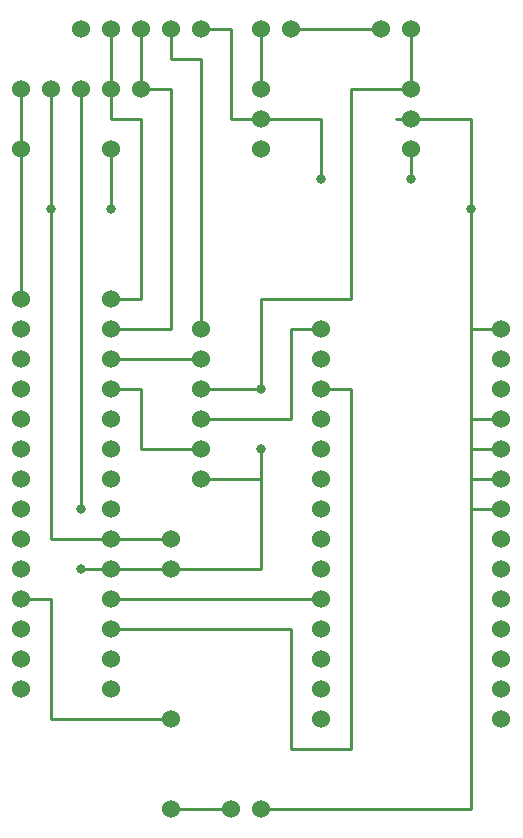
<source format=gbr>
%TF.GenerationSoftware,KiCad,Pcbnew,(5.1.6)-1*%
%TF.CreationDate,2020-07-27T10:52:52+09:00*%
%TF.ProjectId,gnss_logger,676e7373-5f6c-46f6-9767-65722e6b6963,rev?*%
%TF.SameCoordinates,Original*%
%TF.FileFunction,Copper,L2,Bot*%
%TF.FilePolarity,Positive*%
%FSLAX46Y46*%
G04 Gerber Fmt 4.6, Leading zero omitted, Abs format (unit mm)*
G04 Created by KiCad (PCBNEW (5.1.6)-1) date 2020-07-27 10:52:52*
%MOMM*%
%LPD*%
G01*
G04 APERTURE LIST*
%TA.AperFunction,ComponentPad*%
%ADD10C,1.524000*%
%TD*%
%TA.AperFunction,ViaPad*%
%ADD11C,0.800000*%
%TD*%
%TA.AperFunction,Conductor*%
%ADD12C,0.250000*%
%TD*%
G04 APERTURE END LIST*
D10*
%TO.P,D1,1*%
%TO.N,Net-(D1-Pad1)*%
X134620000Y-142240000D03*
%TO.P,D1,2*%
%TO.N,+3V3*%
X137160000Y-142240000D03*
%TD*%
%TO.P,U1,28*%
%TO.N,Net-(J2-Pad4)*%
X124460000Y-99060000D03*
%TO.P,U1,27*%
%TO.N,Net-(J2-Pad5)*%
X124460000Y-101600000D03*
%TO.P,U1,26*%
%TO.N,Net-(Q1-Pad2)*%
X124460000Y-104140000D03*
%TO.P,U1,25*%
%TO.N,Net-(Q2-Pad2)*%
X124460000Y-106680000D03*
%TO.P,U1,24*%
%TO.N,Net-(U1-Pad24)*%
X124460000Y-109220000D03*
%TO.P,U1,23*%
%TO.N,Net-(U1-Pad23)*%
X124460000Y-111760000D03*
%TO.P,U1,22*%
%TO.N,Net-(U1-Pad22)*%
X124460000Y-114300000D03*
%TO.P,U1,21*%
%TO.N,Net-(U1-Pad21)*%
X124460000Y-116840000D03*
%TO.P,U1,20*%
%TO.N,+3V3*%
X124460000Y-119380000D03*
%TO.P,U1,19*%
%TO.N,GND*%
X124460000Y-121920000D03*
%TO.P,U1,18*%
%TO.N,Net-(J5-Pad10)*%
X124460000Y-124460000D03*
%TO.P,U1,17*%
%TO.N,Net-(J5-Pad3)*%
X124460000Y-127000000D03*
%TO.P,U1,16*%
%TO.N,Net-(U1-Pad16)*%
X124460000Y-129540000D03*
%TO.P,U1,15*%
%TO.N,Net-(U1-Pad15)*%
X124460000Y-132080000D03*
%TO.P,U1,14*%
%TO.N,Net-(U1-Pad14)*%
X116840000Y-132080000D03*
%TO.P,U1,13*%
%TO.N,Net-(U1-Pad13)*%
X116840000Y-129540000D03*
%TO.P,U1,12*%
%TO.N,Net-(U1-Pad12)*%
X116840000Y-127000000D03*
%TO.P,U1,11*%
%TO.N,Net-(R1-Pad2)*%
X116840000Y-124460000D03*
%TO.P,U1,10*%
%TO.N,Net-(U1-Pad10)*%
X116840000Y-121920000D03*
%TO.P,U1,9*%
%TO.N,Net-(U1-Pad9)*%
X116840000Y-119380000D03*
%TO.P,U1,8*%
%TO.N,Net-(U1-Pad8)*%
X116840000Y-116840000D03*
%TO.P,U1,7*%
%TO.N,Net-(U1-Pad7)*%
X116840000Y-114300000D03*
%TO.P,U1,6*%
%TO.N,Net-(U1-Pad6)*%
X116840000Y-111760000D03*
%TO.P,U1,5*%
%TO.N,Net-(U1-Pad5)*%
X116840000Y-109220000D03*
%TO.P,U1,4*%
%TO.N,Net-(U1-Pad4)*%
X116840000Y-106680000D03*
%TO.P,U1,3*%
%TO.N,Net-(U1-Pad3)*%
X116840000Y-104140000D03*
%TO.P,U1,2*%
%TO.N,Net-(U1-Pad2)*%
X116840000Y-101600000D03*
%TO.P,U1,1*%
%TO.N,Net-(J2-Pad1)*%
X116840000Y-99060000D03*
%TD*%
%TO.P,Q2,3*%
%TO.N,GND*%
X132080000Y-114300000D03*
%TO.P,Q2,2*%
%TO.N,Net-(Q2-Pad2)*%
X132080000Y-111760000D03*
%TO.P,Q2,1*%
%TO.N,Net-(J5-Pad1)*%
X132080000Y-109220000D03*
%TD*%
%TO.P,SW1,3*%
%TO.N,Net-(SW1-Pad3)*%
X137160000Y-86360000D03*
%TO.P,SW1,2*%
%TO.N,Net-(J3-Pad1)*%
X137160000Y-83820000D03*
%TO.P,SW1,1*%
%TO.N,Net-(F1-Pad1)*%
X137160000Y-81280000D03*
%TD*%
%TO.P,Q1,3*%
%TO.N,GND*%
X132080000Y-106680000D03*
%TO.P,Q1,2*%
%TO.N,Net-(Q1-Pad2)*%
X132080000Y-104140000D03*
%TO.P,Q1,1*%
%TO.N,Net-(J3-Pad2)*%
X132080000Y-101600000D03*
%TD*%
%TO.P,C1,1*%
%TO.N,GND*%
X129540000Y-121920000D03*
%TO.P,C1,2*%
%TO.N,+3V3*%
X129540000Y-119380000D03*
%TD*%
%TO.P,F1,1*%
%TO.N,Net-(F1-Pad1)*%
X137160000Y-76200000D03*
%TO.P,F1,2*%
%TO.N,Net-(F1-Pad2)*%
X139700000Y-76200000D03*
%TD*%
%TO.P,J2,5*%
%TO.N,Net-(J2-Pad5)*%
X127000000Y-81280000D03*
%TO.P,J2,4*%
%TO.N,Net-(J2-Pad4)*%
X124460000Y-81280000D03*
%TO.P,J2,3*%
%TO.N,GND*%
X121920000Y-81280000D03*
%TO.P,J2,2*%
%TO.N,+3V3*%
X119380000Y-81280000D03*
%TO.P,J2,1*%
%TO.N,Net-(J2-Pad1)*%
X116840000Y-81280000D03*
%TD*%
%TO.P,J3,1*%
%TO.N,Net-(J3-Pad1)*%
X132080000Y-76200000D03*
%TO.P,J3,2*%
%TO.N,Net-(J3-Pad2)*%
X129540000Y-76200000D03*
%TO.P,J3,3*%
%TO.N,Net-(J2-Pad5)*%
X127000000Y-76200000D03*
%TO.P,J3,4*%
%TO.N,Net-(J2-Pad4)*%
X124460000Y-76200000D03*
%TO.P,J3,5*%
%TO.N,Net-(J3-Pad5)*%
X121920000Y-76200000D03*
%TD*%
%TO.P,J4,2*%
%TO.N,GND*%
X149860000Y-76200000D03*
%TO.P,J4,1*%
%TO.N,Net-(F1-Pad2)*%
X147320000Y-76200000D03*
%TD*%
%TO.P,J5,1*%
%TO.N,Net-(J5-Pad1)*%
X142240000Y-101600000D03*
%TO.P,J5,2*%
%TO.N,Net-(J5-Pad2)*%
X142240000Y-104140000D03*
%TO.P,J5,3*%
%TO.N,Net-(J5-Pad3)*%
X142240000Y-106680000D03*
%TO.P,J5,4*%
%TO.N,Net-(J5-Pad4)*%
X142240000Y-109220000D03*
%TO.P,J5,5*%
%TO.N,Net-(J5-Pad5)*%
X142240000Y-111760000D03*
%TO.P,J5,6*%
%TO.N,Net-(J5-Pad6)*%
X142240000Y-114300000D03*
%TO.P,J5,7*%
%TO.N,Net-(J5-Pad7)*%
X142240000Y-116840000D03*
%TO.P,J5,8*%
%TO.N,Net-(J5-Pad8)*%
X142240000Y-119380000D03*
%TO.P,J5,9*%
%TO.N,Net-(J5-Pad9)*%
X142240000Y-121920000D03*
%TO.P,J5,10*%
%TO.N,Net-(J5-Pad10)*%
X142240000Y-124460000D03*
%TO.P,J5,11*%
%TO.N,Net-(J5-Pad11)*%
X142240000Y-127000000D03*
%TO.P,J5,12*%
%TO.N,Net-(J5-Pad12)*%
X142240000Y-129540000D03*
%TO.P,J5,13*%
%TO.N,Net-(J5-Pad13)*%
X142240000Y-132080000D03*
%TO.P,J5,14*%
%TO.N,Net-(J5-Pad14)*%
X142240000Y-134620000D03*
%TD*%
%TO.P,J6,1*%
%TO.N,Net-(J3-Pad1)*%
X149860000Y-86360000D03*
%TO.P,J6,2*%
%TO.N,+3V3*%
X149860000Y-83820000D03*
%TO.P,J6,3*%
%TO.N,GND*%
X149860000Y-81280000D03*
%TD*%
%TO.P,J7,14*%
%TO.N,+3V3*%
X157480000Y-101600000D03*
%TO.P,J7,13*%
%TO.N,Net-(J7-Pad13)*%
X157480000Y-104140000D03*
%TO.P,J7,12*%
%TO.N,Net-(J7-Pad12)*%
X157480000Y-106680000D03*
%TO.P,J7,11*%
%TO.N,+3V3*%
X157480000Y-109220000D03*
%TO.P,J7,10*%
X157480000Y-111760000D03*
%TO.P,J7,9*%
X157480000Y-114300000D03*
%TO.P,J7,8*%
X157480000Y-116840000D03*
%TO.P,J7,7*%
%TO.N,Net-(J7-Pad7)*%
X157480000Y-119380000D03*
%TO.P,J7,6*%
%TO.N,Net-(J7-Pad6)*%
X157480000Y-121920000D03*
%TO.P,J7,5*%
%TO.N,Net-(J7-Pad5)*%
X157480000Y-124460000D03*
%TO.P,J7,4*%
%TO.N,Net-(J7-Pad4)*%
X157480000Y-127000000D03*
%TO.P,J7,3*%
%TO.N,Net-(J7-Pad3)*%
X157480000Y-129540000D03*
%TO.P,J7,2*%
%TO.N,Net-(J7-Pad2)*%
X157480000Y-132080000D03*
%TO.P,J7,1*%
%TO.N,Net-(J7-Pad1)*%
X157480000Y-134620000D03*
%TD*%
%TO.P,R1,2*%
%TO.N,Net-(R1-Pad2)*%
X129540000Y-134620000D03*
%TO.P,R1,1*%
%TO.N,Net-(D1-Pad1)*%
X129540000Y-142240000D03*
%TD*%
%TO.P,R2,1*%
%TO.N,Net-(J2-Pad1)*%
X116840000Y-86360000D03*
%TO.P,R2,2*%
%TO.N,+3V3*%
X124460000Y-86360000D03*
%TD*%
D11*
%TO.N,GND*%
X121920000Y-121920000D03*
X121920000Y-116840000D03*
X121920000Y-81280000D03*
X137160000Y-111760000D03*
X137160000Y-106680000D03*
%TO.N,Net-(J5-Pad3)*%
X124460000Y-127000000D03*
%TO.N,Net-(J3-Pad1)*%
X142240000Y-88900000D03*
X149860000Y-88900000D03*
%TO.N,+3V3*%
X124460000Y-91440000D03*
X154940000Y-91440000D03*
X119380000Y-91440000D03*
%TD*%
D12*
%TO.N,Net-(D1-Pad1)*%
X129540000Y-142240000D02*
X134620000Y-142240000D01*
%TO.N,Net-(F1-Pad1)*%
X137160000Y-81280000D02*
X137160000Y-76200000D01*
%TO.N,Net-(F1-Pad2)*%
X139700000Y-76200000D02*
X147320000Y-76200000D01*
%TO.N,Net-(J2-Pad5)*%
X127000000Y-81280000D02*
X127000000Y-76200000D01*
X127000000Y-101600000D02*
X124460000Y-101600000D01*
X127000000Y-81280000D02*
X129540000Y-81280000D01*
X129540000Y-101600000D02*
X127000000Y-101600000D01*
X129540000Y-81280000D02*
X129540000Y-101600000D01*
%TO.N,Net-(J2-Pad4)*%
X124460000Y-81280000D02*
X124460000Y-76200000D01*
X127000000Y-83820000D02*
X127000000Y-99060000D01*
X124460000Y-81280000D02*
X124460000Y-83820000D01*
X124460000Y-83820000D02*
X127000000Y-83820000D01*
X127000000Y-99060000D02*
X124460000Y-99060000D01*
%TO.N,Net-(J2-Pad1)*%
X116840000Y-86360000D02*
X116840000Y-99060000D01*
X116840000Y-81280000D02*
X116840000Y-86360000D01*
%TO.N,Net-(J3-Pad2)*%
X129540000Y-76200000D02*
X129540000Y-78740000D01*
X129540000Y-78740000D02*
X132080000Y-78740000D01*
X132080000Y-78740000D02*
X132080000Y-91440000D01*
X132080000Y-101600000D02*
X132080000Y-91440000D01*
%TO.N,GND*%
X124460000Y-121920000D02*
X129540000Y-121920000D01*
X124460000Y-121920000D02*
X121920000Y-121920000D01*
X121920000Y-116840000D02*
X121920000Y-81280000D01*
X149860000Y-76200000D02*
X149860000Y-81280000D01*
X144780000Y-99060000D02*
X137160000Y-99060000D01*
X149860000Y-81280000D02*
X144780000Y-81280000D01*
X144780000Y-81280000D02*
X144780000Y-99060000D01*
X129540000Y-121920000D02*
X137160000Y-121920000D01*
X137160000Y-106680000D02*
X137160000Y-99060000D01*
X132080000Y-106680000D02*
X137160000Y-106680000D01*
X132080000Y-114300000D02*
X137160000Y-114300000D01*
X137160000Y-121920000D02*
X137160000Y-114300000D01*
X137160000Y-114300000D02*
X137160000Y-111760000D01*
%TO.N,Net-(J5-Pad1)*%
X142240000Y-101600000D02*
X139700000Y-101600000D01*
X139700000Y-101600000D02*
X139700000Y-109220000D01*
X139700000Y-109220000D02*
X132080000Y-109220000D01*
%TO.N,Net-(J5-Pad3)*%
X139700000Y-127000000D02*
X124460000Y-127000000D01*
X142240000Y-106680000D02*
X144780000Y-106680000D01*
X144780000Y-106680000D02*
X144780000Y-137160000D01*
X144780000Y-137160000D02*
X139700000Y-137160000D01*
X139700000Y-137160000D02*
X139700000Y-127000000D01*
%TO.N,Net-(J5-Pad10)*%
X124460000Y-124460000D02*
X142240000Y-124460000D01*
%TO.N,Net-(J3-Pad1)*%
X137160000Y-83820000D02*
X142240000Y-83820000D01*
X142240000Y-83820000D02*
X142240000Y-88900000D01*
X149860000Y-86360000D02*
X149860000Y-88900000D01*
%TO.N,+3V3*%
X124460000Y-119380000D02*
X129540000Y-119380000D01*
X124460000Y-119380000D02*
X119380000Y-119380000D01*
X119380000Y-82211238D02*
X119380000Y-81280000D01*
X119380000Y-119380000D02*
X119380000Y-82211238D01*
X148590000Y-83820000D02*
X154940000Y-83820000D01*
X154940000Y-83820000D02*
X154940000Y-101600000D01*
X154940000Y-101600000D02*
X157480000Y-101600000D01*
X154940000Y-116840000D02*
X157480000Y-116840000D01*
X154940000Y-114300000D02*
X157480000Y-114300000D01*
X154940000Y-114300000D02*
X154940000Y-116840000D01*
X154940000Y-111760000D02*
X154940000Y-114300000D01*
X154940000Y-111760000D02*
X157480000Y-111760000D01*
X154940000Y-109220000D02*
X157480000Y-109220000D01*
X154940000Y-109220000D02*
X154940000Y-111760000D01*
X154940000Y-101600000D02*
X154940000Y-109220000D01*
X124460000Y-86360000D02*
X124460000Y-91440000D01*
X154940000Y-116840000D02*
X154940000Y-142240000D01*
X154940000Y-142240000D02*
X137160000Y-142240000D01*
%TO.N,Net-(Q1-Pad2)*%
X124460000Y-104140000D02*
X132080000Y-104140000D01*
%TO.N,Net-(Q2-Pad2)*%
X127000000Y-106680000D02*
X124460000Y-106680000D01*
X132080000Y-111760000D02*
X127000000Y-111760000D01*
X127000000Y-111760000D02*
X127000000Y-106680000D01*
%TO.N,Net-(R1-Pad2)*%
X116840000Y-124460000D02*
X119380000Y-124460000D01*
X129540000Y-134620000D02*
X119380000Y-134620000D01*
X119380000Y-134620000D02*
X119380000Y-124460000D01*
%TO.N,Net-(J3-Pad1)*%
X132080000Y-76200000D02*
X134620000Y-76200000D01*
X134620000Y-76200000D02*
X134620000Y-83820000D01*
X134620000Y-83820000D02*
X137160000Y-83820000D01*
%TD*%
M02*

</source>
